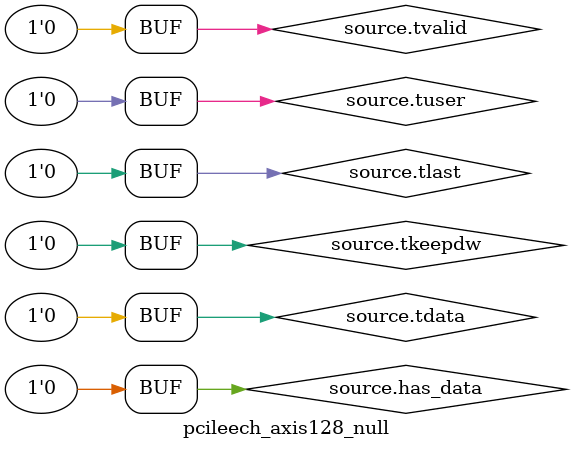
<source format=sv>
module pcileech_axis128_null(
    IfAXIS128.source source
);
    assign source.tvalid = 0;
    assign source.tdata = 0;
    assign source.tkeepdw = 0;
    assign source.tlast = 0;
    assign source.tuser = 0;
    assign source.has_data = 0;
endmodule

</source>
